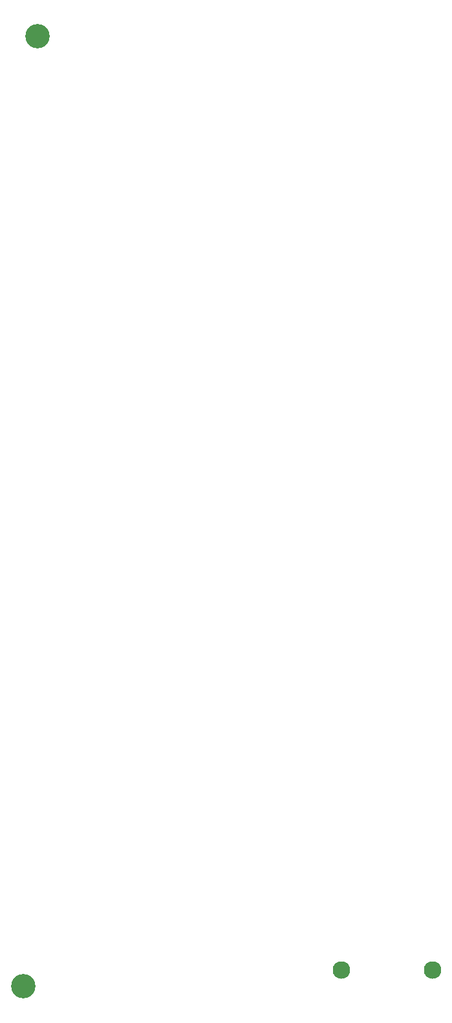
<source format=gbr>
%TF.GenerationSoftware,Novarm,DipTrace,3.3.1.3*%
%TF.CreationDate,2020-09-22T12:03:12+00:00*%
%FSLAX35Y35*%
%MOMM*%
%TF.FileFunction,NonPlated,1,2,NPTH,Drill*%
%TF.Part,Single*%
%TA.AperFunction,MechanicalDrill*%
%ADD44C,3.2*%
%ADD45C,2.3*%
G75*
G01*
D44*
X571500Y12890500D3*
X381000Y444500D3*
D45*
X5742500Y659000D3*
X4552500D3*
M02*

</source>
